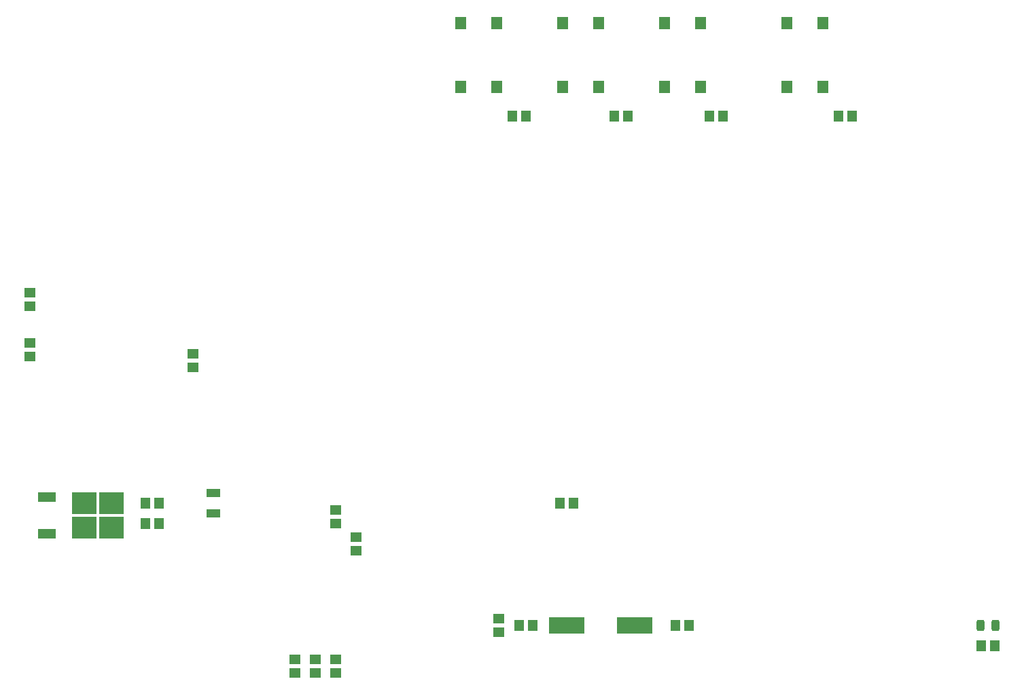
<source format=gbr>
%TF.GenerationSoftware,KiCad,Pcbnew,(6.0.5-0)*%
%TF.CreationDate,2022-07-21T21:11:39-05:00*%
%TF.ProjectId,hps-schematic-2.0,6870732d-7363-4686-956d-617469632d32,rev?*%
%TF.SameCoordinates,PX4c4db10PY8a12ae0*%
%TF.FileFunction,Paste,Top*%
%TF.FilePolarity,Positive*%
%FSLAX46Y46*%
G04 Gerber Fmt 4.6, Leading zero omitted, Abs format (unit mm)*
G04 Created by KiCad (PCBNEW (6.0.5-0)) date 2022-07-21 21:11:39*
%MOMM*%
%LPD*%
G01*
G04 APERTURE LIST*
G04 Aperture macros list*
%AMRoundRect*
0 Rectangle with rounded corners*
0 $1 Rounding radius*
0 $2 $3 $4 $5 $6 $7 $8 $9 X,Y pos of 4 corners*
0 Add a 4 corners polygon primitive as box body*
4,1,4,$2,$3,$4,$5,$6,$7,$8,$9,$2,$3,0*
0 Add four circle primitives for the rounded corners*
1,1,$1+$1,$2,$3*
1,1,$1+$1,$4,$5*
1,1,$1+$1,$6,$7*
1,1,$1+$1,$8,$9*
0 Add four rect primitives between the rounded corners*
20,1,$1+$1,$2,$3,$4,$5,0*
20,1,$1+$1,$4,$5,$6,$7,0*
20,1,$1+$1,$6,$7,$8,$9,0*
20,1,$1+$1,$8,$9,$2,$3,0*%
G04 Aperture macros list end*
%ADD10R,1.400000X1.150000*%
%ADD11R,1.150000X1.400000*%
%ADD12R,3.050000X2.750000*%
%ADD13R,2.200000X1.200000*%
%ADD14R,1.400000X1.600000*%
%ADD15RoundRect,0.243750X-0.243750X-0.456250X0.243750X-0.456250X0.243750X0.456250X-0.243750X0.456250X0*%
%ADD16R,1.800000X1.000000*%
%ADD17R,4.500000X2.000000*%
G04 APERTURE END LIST*
D10*
%TO.C,R6*%
X39370000Y5930000D03*
X39370000Y4230000D03*
%TD*%
D11*
%TO.C,C3*%
X64750000Y10160000D03*
X66450000Y10160000D03*
%TD*%
%TO.C,C7*%
X19900000Y22860000D03*
X18200000Y22860000D03*
%TD*%
%TO.C,C1*%
X71550000Y25400000D03*
X69850000Y25400000D03*
%TD*%
D10*
%TO.C,R7*%
X36830000Y5930000D03*
X36830000Y4230000D03*
%TD*%
%TO.C,R10*%
X24130000Y42330000D03*
X24130000Y44030000D03*
%TD*%
D11*
%TO.C,R3*%
X90170000Y73660000D03*
X88470000Y73660000D03*
%TD*%
%TO.C,R4*%
X122340000Y7620000D03*
X124040000Y7620000D03*
%TD*%
D12*
%TO.C,U2(POWER)1*%
X10565000Y25400000D03*
X10565000Y22350000D03*
X13915000Y25400000D03*
X13915000Y22350000D03*
D13*
X5940000Y26155000D03*
X5940000Y21595000D03*
%TD*%
D10*
%TO.C,C5*%
X41910000Y4230000D03*
X41910000Y5930000D03*
%TD*%
%TO.C,R8*%
X44450000Y21170000D03*
X44450000Y19470000D03*
%TD*%
%TO.C,C9*%
X3810000Y49950000D03*
X3810000Y51650000D03*
%TD*%
D11*
%TO.C,C4*%
X85940000Y10160000D03*
X84240000Y10160000D03*
%TD*%
D14*
%TO.C,HOUR1*%
X57440000Y85280000D03*
X57440000Y77280000D03*
X61940000Y85280000D03*
X61940000Y77280000D03*
%TD*%
D10*
%TO.C,C8*%
X3810000Y45353078D03*
X3810000Y43653078D03*
%TD*%
D11*
%TO.C,R1*%
X78320000Y73660000D03*
X76620000Y73660000D03*
%TD*%
%TO.C,R5*%
X106260000Y73660000D03*
X104560000Y73660000D03*
%TD*%
D14*
%TO.C,UTILITY1*%
X82840000Y85280000D03*
X82840000Y77280000D03*
X87340000Y85280000D03*
X87340000Y77280000D03*
%TD*%
D15*
%TO.C,D1*%
X122252500Y10160000D03*
X124127500Y10160000D03*
%TD*%
D11*
%TO.C,R2*%
X65620000Y73660000D03*
X63920000Y73660000D03*
%TD*%
D14*
%TO.C,RESET1*%
X98080000Y85280000D03*
X98080000Y77280000D03*
X102580000Y85280000D03*
X102580000Y77280000D03*
%TD*%
%TO.C,MINUTE1*%
X70140000Y85280000D03*
X70140000Y77280000D03*
X74640000Y85280000D03*
X74640000Y77280000D03*
%TD*%
D10*
%TO.C,R9*%
X41910000Y24560000D03*
X41910000Y22860000D03*
%TD*%
D16*
%TO.C,Y1*%
X26670000Y24150000D03*
X26670000Y26650000D03*
%TD*%
D11*
%TO.C,C6*%
X19900000Y25400000D03*
X18200000Y25400000D03*
%TD*%
D10*
%TO.C,C2*%
X62230000Y11010000D03*
X62230000Y9310000D03*
%TD*%
D17*
%TO.C,CRYSTAL1*%
X70680000Y10160000D03*
X79180000Y10160000D03*
%TD*%
M02*

</source>
